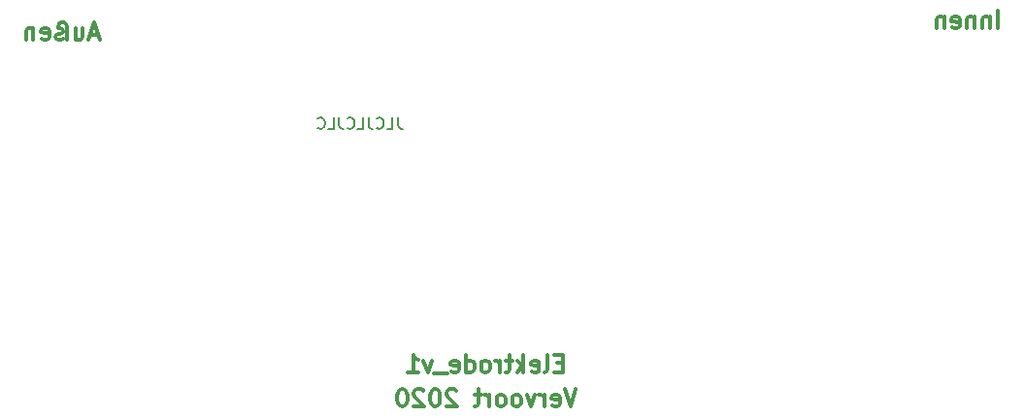
<source format=gbr>
G04 #@! TF.GenerationSoftware,KiCad,Pcbnew,(5.1.5)-3*
G04 #@! TF.CreationDate,2020-04-01T16:02:12+02:00*
G04 #@! TF.ProjectId,elektrode_v1,656c656b-7472-46f6-9465-5f76312e6b69,rev?*
G04 #@! TF.SameCoordinates,Original*
G04 #@! TF.FileFunction,Legend,Bot*
G04 #@! TF.FilePolarity,Positive*
%FSLAX46Y46*%
G04 Gerber Fmt 4.6, Leading zero omitted, Abs format (unit mm)*
G04 Created by KiCad (PCBNEW (5.1.5)-3) date 2020-04-01 16:02:12*
%MOMM*%
%LPD*%
G04 APERTURE LIST*
%ADD10C,0.300000*%
%ADD11C,0.150000*%
G04 APERTURE END LIST*
D10*
X139857142Y-89178571D02*
X139357142Y-90678571D01*
X138857142Y-89178571D01*
X137785714Y-90607142D02*
X137928571Y-90678571D01*
X138214285Y-90678571D01*
X138357142Y-90607142D01*
X138428571Y-90464285D01*
X138428571Y-89892857D01*
X138357142Y-89750000D01*
X138214285Y-89678571D01*
X137928571Y-89678571D01*
X137785714Y-89750000D01*
X137714285Y-89892857D01*
X137714285Y-90035714D01*
X138428571Y-90178571D01*
X137071428Y-90678571D02*
X137071428Y-89678571D01*
X137071428Y-89964285D02*
X137000000Y-89821428D01*
X136928571Y-89750000D01*
X136785714Y-89678571D01*
X136642857Y-89678571D01*
X136285714Y-89678571D02*
X135928571Y-90678571D01*
X135571428Y-89678571D01*
X134785714Y-90678571D02*
X134928571Y-90607142D01*
X135000000Y-90535714D01*
X135071428Y-90392857D01*
X135071428Y-89964285D01*
X135000000Y-89821428D01*
X134928571Y-89750000D01*
X134785714Y-89678571D01*
X134571428Y-89678571D01*
X134428571Y-89750000D01*
X134357142Y-89821428D01*
X134285714Y-89964285D01*
X134285714Y-90392857D01*
X134357142Y-90535714D01*
X134428571Y-90607142D01*
X134571428Y-90678571D01*
X134785714Y-90678571D01*
X133428571Y-90678571D02*
X133571428Y-90607142D01*
X133642857Y-90535714D01*
X133714285Y-90392857D01*
X133714285Y-89964285D01*
X133642857Y-89821428D01*
X133571428Y-89750000D01*
X133428571Y-89678571D01*
X133214285Y-89678571D01*
X133071428Y-89750000D01*
X133000000Y-89821428D01*
X132928571Y-89964285D01*
X132928571Y-90392857D01*
X133000000Y-90535714D01*
X133071428Y-90607142D01*
X133214285Y-90678571D01*
X133428571Y-90678571D01*
X132285714Y-90678571D02*
X132285714Y-89678571D01*
X132285714Y-89964285D02*
X132214285Y-89821428D01*
X132142857Y-89750000D01*
X132000000Y-89678571D01*
X131857142Y-89678571D01*
X131571428Y-89678571D02*
X131000000Y-89678571D01*
X131357142Y-89178571D02*
X131357142Y-90464285D01*
X131285714Y-90607142D01*
X131142857Y-90678571D01*
X131000000Y-90678571D01*
X129428571Y-89321428D02*
X129357142Y-89250000D01*
X129214285Y-89178571D01*
X128857142Y-89178571D01*
X128714285Y-89250000D01*
X128642857Y-89321428D01*
X128571428Y-89464285D01*
X128571428Y-89607142D01*
X128642857Y-89821428D01*
X129500000Y-90678571D01*
X128571428Y-90678571D01*
X127642857Y-89178571D02*
X127500000Y-89178571D01*
X127357142Y-89250000D01*
X127285714Y-89321428D01*
X127214285Y-89464285D01*
X127142857Y-89750000D01*
X127142857Y-90107142D01*
X127214285Y-90392857D01*
X127285714Y-90535714D01*
X127357142Y-90607142D01*
X127500000Y-90678571D01*
X127642857Y-90678571D01*
X127785714Y-90607142D01*
X127857142Y-90535714D01*
X127928571Y-90392857D01*
X128000000Y-90107142D01*
X128000000Y-89750000D01*
X127928571Y-89464285D01*
X127857142Y-89321428D01*
X127785714Y-89250000D01*
X127642857Y-89178571D01*
X126571428Y-89321428D02*
X126500000Y-89250000D01*
X126357142Y-89178571D01*
X126000000Y-89178571D01*
X125857142Y-89250000D01*
X125785714Y-89321428D01*
X125714285Y-89464285D01*
X125714285Y-89607142D01*
X125785714Y-89821428D01*
X126642857Y-90678571D01*
X125714285Y-90678571D01*
X124785714Y-89178571D02*
X124642857Y-89178571D01*
X124500000Y-89250000D01*
X124428571Y-89321428D01*
X124357142Y-89464285D01*
X124285714Y-89750000D01*
X124285714Y-90107142D01*
X124357142Y-90392857D01*
X124428571Y-90535714D01*
X124500000Y-90607142D01*
X124642857Y-90678571D01*
X124785714Y-90678571D01*
X124928571Y-90607142D01*
X125000000Y-90535714D01*
X125071428Y-90392857D01*
X125142857Y-90107142D01*
X125142857Y-89750000D01*
X125071428Y-89464285D01*
X125000000Y-89321428D01*
X124928571Y-89250000D01*
X124785714Y-89178571D01*
X138714285Y-86892857D02*
X138214285Y-86892857D01*
X138000000Y-87678571D02*
X138714285Y-87678571D01*
X138714285Y-86178571D01*
X138000000Y-86178571D01*
X137142857Y-87678571D02*
X137285714Y-87607142D01*
X137357142Y-87464285D01*
X137357142Y-86178571D01*
X136000000Y-87607142D02*
X136142857Y-87678571D01*
X136428571Y-87678571D01*
X136571428Y-87607142D01*
X136642857Y-87464285D01*
X136642857Y-86892857D01*
X136571428Y-86750000D01*
X136428571Y-86678571D01*
X136142857Y-86678571D01*
X136000000Y-86750000D01*
X135928571Y-86892857D01*
X135928571Y-87035714D01*
X136642857Y-87178571D01*
X135285714Y-87678571D02*
X135285714Y-86178571D01*
X135142857Y-87107142D02*
X134714285Y-87678571D01*
X134714285Y-86678571D02*
X135285714Y-87250000D01*
X134285714Y-86678571D02*
X133714285Y-86678571D01*
X134071428Y-86178571D02*
X134071428Y-87464285D01*
X134000000Y-87607142D01*
X133857142Y-87678571D01*
X133714285Y-87678571D01*
X133214285Y-87678571D02*
X133214285Y-86678571D01*
X133214285Y-86964285D02*
X133142857Y-86821428D01*
X133071428Y-86750000D01*
X132928571Y-86678571D01*
X132785714Y-86678571D01*
X132071428Y-87678571D02*
X132214285Y-87607142D01*
X132285714Y-87535714D01*
X132357142Y-87392857D01*
X132357142Y-86964285D01*
X132285714Y-86821428D01*
X132214285Y-86750000D01*
X132071428Y-86678571D01*
X131857142Y-86678571D01*
X131714285Y-86750000D01*
X131642857Y-86821428D01*
X131571428Y-86964285D01*
X131571428Y-87392857D01*
X131642857Y-87535714D01*
X131714285Y-87607142D01*
X131857142Y-87678571D01*
X132071428Y-87678571D01*
X130285714Y-87678571D02*
X130285714Y-86178571D01*
X130285714Y-87607142D02*
X130428571Y-87678571D01*
X130714285Y-87678571D01*
X130857142Y-87607142D01*
X130928571Y-87535714D01*
X131000000Y-87392857D01*
X131000000Y-86964285D01*
X130928571Y-86821428D01*
X130857142Y-86750000D01*
X130714285Y-86678571D01*
X130428571Y-86678571D01*
X130285714Y-86750000D01*
X129000000Y-87607142D02*
X129142857Y-87678571D01*
X129428571Y-87678571D01*
X129571428Y-87607142D01*
X129642857Y-87464285D01*
X129642857Y-86892857D01*
X129571428Y-86750000D01*
X129428571Y-86678571D01*
X129142857Y-86678571D01*
X129000000Y-86750000D01*
X128928571Y-86892857D01*
X128928571Y-87035714D01*
X129642857Y-87178571D01*
X128642857Y-87821428D02*
X127500000Y-87821428D01*
X127285714Y-86678571D02*
X126928571Y-87678571D01*
X126571428Y-86678571D01*
X125214285Y-87678571D02*
X126071428Y-87678571D01*
X125642857Y-87678571D02*
X125642857Y-86178571D01*
X125785714Y-86392857D01*
X125928571Y-86535714D01*
X126071428Y-86607142D01*
D11*
X124333333Y-65452380D02*
X124333333Y-66166666D01*
X124380952Y-66309523D01*
X124476190Y-66404761D01*
X124619047Y-66452380D01*
X124714285Y-66452380D01*
X123380952Y-66452380D02*
X123857142Y-66452380D01*
X123857142Y-65452380D01*
X122476190Y-66357142D02*
X122523809Y-66404761D01*
X122666666Y-66452380D01*
X122761904Y-66452380D01*
X122904761Y-66404761D01*
X123000000Y-66309523D01*
X123047619Y-66214285D01*
X123095238Y-66023809D01*
X123095238Y-65880952D01*
X123047619Y-65690476D01*
X123000000Y-65595238D01*
X122904761Y-65500000D01*
X122761904Y-65452380D01*
X122666666Y-65452380D01*
X122523809Y-65500000D01*
X122476190Y-65547619D01*
X121761904Y-65452380D02*
X121761904Y-66166666D01*
X121809523Y-66309523D01*
X121904761Y-66404761D01*
X122047619Y-66452380D01*
X122142857Y-66452380D01*
X120809523Y-66452380D02*
X121285714Y-66452380D01*
X121285714Y-65452380D01*
X119904761Y-66357142D02*
X119952380Y-66404761D01*
X120095238Y-66452380D01*
X120190476Y-66452380D01*
X120333333Y-66404761D01*
X120428571Y-66309523D01*
X120476190Y-66214285D01*
X120523809Y-66023809D01*
X120523809Y-65880952D01*
X120476190Y-65690476D01*
X120428571Y-65595238D01*
X120333333Y-65500000D01*
X120190476Y-65452380D01*
X120095238Y-65452380D01*
X119952380Y-65500000D01*
X119904761Y-65547619D01*
X119190476Y-65452380D02*
X119190476Y-66166666D01*
X119238095Y-66309523D01*
X119333333Y-66404761D01*
X119476190Y-66452380D01*
X119571428Y-66452380D01*
X118238095Y-66452380D02*
X118714285Y-66452380D01*
X118714285Y-65452380D01*
X117333333Y-66357142D02*
X117380952Y-66404761D01*
X117523809Y-66452380D01*
X117619047Y-66452380D01*
X117761904Y-66404761D01*
X117857142Y-66309523D01*
X117904761Y-66214285D01*
X117952380Y-66023809D01*
X117952380Y-65880952D01*
X117904761Y-65690476D01*
X117857142Y-65595238D01*
X117761904Y-65500000D01*
X117619047Y-65452380D01*
X117523809Y-65452380D01*
X117380952Y-65500000D01*
X117333333Y-65547619D01*
D10*
X176678571Y-57678571D02*
X176678571Y-56178571D01*
X175964285Y-56678571D02*
X175964285Y-57678571D01*
X175964285Y-56821428D02*
X175892857Y-56750000D01*
X175750000Y-56678571D01*
X175535714Y-56678571D01*
X175392857Y-56750000D01*
X175321428Y-56892857D01*
X175321428Y-57678571D01*
X174607142Y-56678571D02*
X174607142Y-57678571D01*
X174607142Y-56821428D02*
X174535714Y-56750000D01*
X174392857Y-56678571D01*
X174178571Y-56678571D01*
X174035714Y-56750000D01*
X173964285Y-56892857D01*
X173964285Y-57678571D01*
X172678571Y-57607142D02*
X172821428Y-57678571D01*
X173107142Y-57678571D01*
X173250000Y-57607142D01*
X173321428Y-57464285D01*
X173321428Y-56892857D01*
X173250000Y-56750000D01*
X173107142Y-56678571D01*
X172821428Y-56678571D01*
X172678571Y-56750000D01*
X172607142Y-56892857D01*
X172607142Y-57035714D01*
X173321428Y-57178571D01*
X171964285Y-56678571D02*
X171964285Y-57678571D01*
X171964285Y-56821428D02*
X171892857Y-56750000D01*
X171750000Y-56678571D01*
X171535714Y-56678571D01*
X171392857Y-56750000D01*
X171321428Y-56892857D01*
X171321428Y-57678571D01*
X98178571Y-58250000D02*
X97464285Y-58250000D01*
X98321428Y-58678571D02*
X97821428Y-57178571D01*
X97321428Y-58678571D01*
X96178571Y-57678571D02*
X96178571Y-58678571D01*
X96821428Y-57678571D02*
X96821428Y-58464285D01*
X96750000Y-58607142D01*
X96607142Y-58678571D01*
X96392857Y-58678571D01*
X96250000Y-58607142D01*
X96178571Y-58535714D01*
X95464285Y-58678571D02*
X95464285Y-57464285D01*
X95392857Y-57321428D01*
X95321428Y-57250000D01*
X95178571Y-57178571D01*
X94964285Y-57178571D01*
X94821428Y-57250000D01*
X94750000Y-57321428D01*
X94678571Y-57464285D01*
X94678571Y-57678571D01*
X94892857Y-57678571D01*
X95035714Y-57750000D01*
X95107142Y-57892857D01*
X95107142Y-57964285D01*
X95035714Y-58107142D01*
X94892857Y-58178571D01*
X94678571Y-58178571D01*
X94535714Y-58250000D01*
X94464285Y-58392857D01*
X94464285Y-58464285D01*
X94535714Y-58607142D01*
X94678571Y-58678571D01*
X94964285Y-58678571D01*
X95107142Y-58607142D01*
X93250000Y-58607142D02*
X93392857Y-58678571D01*
X93678571Y-58678571D01*
X93821428Y-58607142D01*
X93892857Y-58464285D01*
X93892857Y-57892857D01*
X93821428Y-57750000D01*
X93678571Y-57678571D01*
X93392857Y-57678571D01*
X93250000Y-57750000D01*
X93178571Y-57892857D01*
X93178571Y-58035714D01*
X93892857Y-58178571D01*
X92535714Y-57678571D02*
X92535714Y-58678571D01*
X92535714Y-57821428D02*
X92464285Y-57750000D01*
X92321428Y-57678571D01*
X92107142Y-57678571D01*
X91964285Y-57750000D01*
X91892857Y-57892857D01*
X91892857Y-58678571D01*
M02*

</source>
